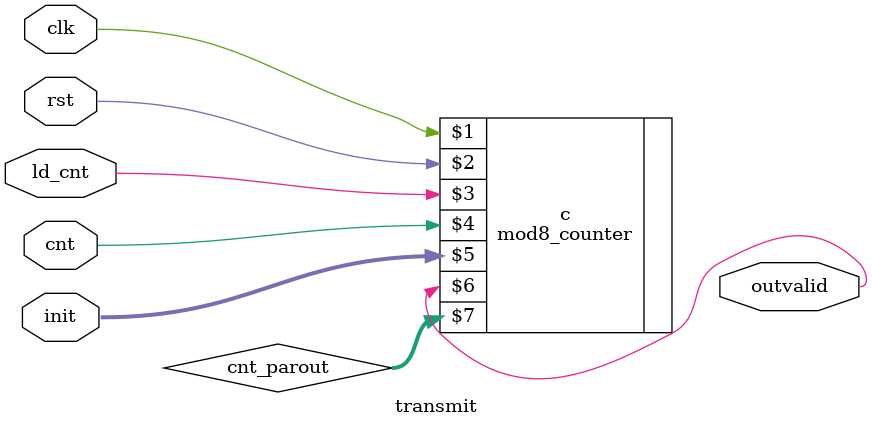
<source format=v>
module transmit(input  clk , rst , ld_cnt , cnt ,input[7:0] init , output outvalid);
wire [7:0] cnt_parout;
        mod8_counter c(clk , rst , ld_cnt , cnt , init , outvalid , cnt_parout);
endmodule

</source>
